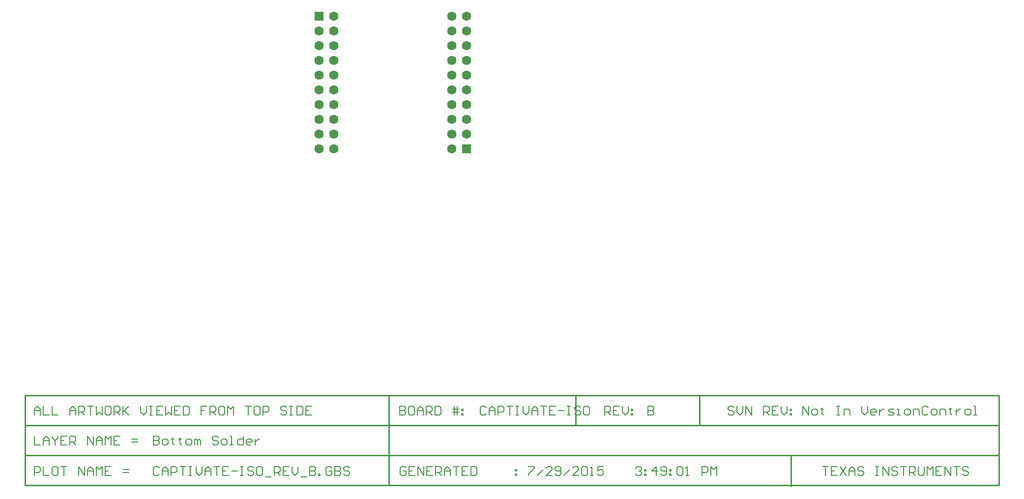
<source format=gbs>
%FSAX25Y25*%
%MOIN*%
G70*
G01*
G75*
G04 Layer_Color=16711935*
%ADD10R,0.02362X0.03150*%
%ADD11O,0.08661X0.02362*%
%ADD12O,0.07480X0.02362*%
%ADD13O,0.07677X0.01575*%
%ADD14C,0.01000*%
%ADD15C,0.02000*%
%ADD16C,0.01500*%
%ADD17C,0.00800*%
%ADD18C,0.05906*%
%ADD19R,0.05906X0.05906*%
%ADD20C,0.03400*%
%ADD21C,0.01575*%
%ADD22C,0.00984*%
%ADD23C,0.02362*%
%ADD24C,0.00700*%
%ADD25C,0.00787*%
%ADD26R,0.02756X0.03543*%
%ADD27O,0.09055X0.02756*%
%ADD28O,0.07874X0.02756*%
%ADD29O,0.08071X0.01969*%
%ADD30C,0.06299*%
%ADD31R,0.06299X0.06299*%
G54D14*
X0559400Y0039400D02*
Y0059683D01*
X0440500Y0040050D02*
X0700200D01*
Y0101050D01*
X0286500Y0040050D02*
Y0101050D01*
X0040000Y0040050D02*
Y0101050D01*
X0040050Y0040050D02*
X0197600D01*
X0040050D02*
Y0101050D01*
Y0101050D02*
X0700200D01*
X0040000Y0040050D02*
X0440500D01*
X0040000Y0060383D02*
X0700000D01*
X0040000Y0080717D02*
X0700200D01*
X0413200D02*
Y0101050D01*
X0497200Y0080717D02*
Y0101050D01*
G54D17*
X0126900Y0073549D02*
Y0067551D01*
X0129899D01*
X0130899Y0068550D01*
Y0069550D01*
X0129899Y0070550D01*
X0126900D01*
X0129899D01*
X0130899Y0071549D01*
Y0072549D01*
X0129899Y0073549D01*
X0126900D01*
X0133898Y0067551D02*
X0135897D01*
X0136897Y0068550D01*
Y0070550D01*
X0135897Y0071549D01*
X0133898D01*
X0132898Y0070550D01*
Y0068550D01*
X0133898Y0067551D01*
X0139896Y0072549D02*
Y0071549D01*
X0138896D01*
X0140895D01*
X0139896D01*
Y0068550D01*
X0140895Y0067551D01*
X0144894Y0072549D02*
Y0071549D01*
X0143895D01*
X0145894D01*
X0144894D01*
Y0068550D01*
X0145894Y0067551D01*
X0149893D02*
X0151892D01*
X0152892Y0068550D01*
Y0070550D01*
X0151892Y0071549D01*
X0149893D01*
X0148893Y0070550D01*
Y0068550D01*
X0149893Y0067551D01*
X0154891D02*
Y0071549D01*
X0155891D01*
X0156890Y0070550D01*
Y0067551D01*
Y0070550D01*
X0157890Y0071549D01*
X0158890Y0070550D01*
Y0067551D01*
X0170886Y0072549D02*
X0169886Y0073549D01*
X0167887D01*
X0166887Y0072549D01*
Y0071549D01*
X0167887Y0070550D01*
X0169886D01*
X0170886Y0069550D01*
Y0068550D01*
X0169886Y0067551D01*
X0167887D01*
X0166887Y0068550D01*
X0173885Y0067551D02*
X0175884D01*
X0176884Y0068550D01*
Y0070550D01*
X0175884Y0071549D01*
X0173885D01*
X0172885Y0070550D01*
Y0068550D01*
X0173885Y0067551D01*
X0178883D02*
X0180883D01*
X0179883D01*
Y0073549D01*
X0178883D01*
X0187880D02*
Y0067551D01*
X0184881D01*
X0183882Y0068550D01*
Y0070550D01*
X0184881Y0071549D01*
X0187880D01*
X0192879Y0067551D02*
X0190879D01*
X0189880Y0068550D01*
Y0070550D01*
X0190879Y0071549D01*
X0192879D01*
X0193878Y0070550D01*
Y0069550D01*
X0189880D01*
X0195878Y0071549D02*
Y0067551D01*
Y0069550D01*
X0196877Y0070550D01*
X0197877Y0071549D01*
X0198877D01*
X0580500Y0052965D02*
X0584499D01*
X0582499D01*
Y0046966D01*
X0590497Y0052965D02*
X0586498D01*
Y0046966D01*
X0590497D01*
X0586498Y0049966D02*
X0588497D01*
X0592496Y0052965D02*
X0596495Y0046966D01*
Y0052965D02*
X0592496Y0046966D01*
X0598494D02*
Y0050965D01*
X0600493Y0052965D01*
X0602493Y0050965D01*
Y0046966D01*
Y0049966D01*
X0598494D01*
X0608491Y0051965D02*
X0607491Y0052965D01*
X0605492D01*
X0604492Y0051965D01*
Y0050965D01*
X0605492Y0049966D01*
X0607491D01*
X0608491Y0048966D01*
Y0047966D01*
X0607491Y0046966D01*
X0605492D01*
X0604492Y0047966D01*
X0616488Y0052965D02*
X0618488D01*
X0617488D01*
Y0046966D01*
X0616488D01*
X0618488D01*
X0621487D02*
Y0052965D01*
X0625486Y0046966D01*
Y0052965D01*
X0631484Y0051965D02*
X0630484Y0052965D01*
X0628484D01*
X0627485Y0051965D01*
Y0050965D01*
X0628484Y0049966D01*
X0630484D01*
X0631484Y0048966D01*
Y0047966D01*
X0630484Y0046966D01*
X0628484D01*
X0627485Y0047966D01*
X0633483Y0052965D02*
X0637482D01*
X0635482D01*
Y0046966D01*
X0639481D02*
Y0052965D01*
X0642480D01*
X0643480Y0051965D01*
Y0049966D01*
X0642480Y0048966D01*
X0639481D01*
X0641480D02*
X0643480Y0046966D01*
X0645479Y0052965D02*
Y0047966D01*
X0646479Y0046966D01*
X0648478D01*
X0649478Y0047966D01*
Y0052965D01*
X0651477Y0046966D02*
Y0052965D01*
X0653476Y0050965D01*
X0655476Y0052965D01*
Y0046966D01*
X0661474Y0052965D02*
X0657475D01*
Y0046966D01*
X0661474D01*
X0657475Y0049966D02*
X0659474D01*
X0663473Y0046966D02*
Y0052965D01*
X0667472Y0046966D01*
Y0052965D01*
X0669471D02*
X0673470D01*
X0671471D01*
Y0046966D01*
X0679468Y0051965D02*
X0678468Y0052965D01*
X0676469D01*
X0675469Y0051965D01*
Y0050965D01*
X0676469Y0049966D01*
X0678468D01*
X0679468Y0048966D01*
Y0047966D01*
X0678468Y0046966D01*
X0676469D01*
X0675469Y0047966D01*
X0454050Y0051965D02*
X0455050Y0052965D01*
X0457049D01*
X0458049Y0051965D01*
Y0050965D01*
X0457049Y0049966D01*
X0456049D01*
X0457049D01*
X0458049Y0048966D01*
Y0047966D01*
X0457049Y0046966D01*
X0455050D01*
X0454050Y0047966D01*
X0460048Y0050965D02*
X0461048D01*
Y0049966D01*
X0460048D01*
Y0050965D01*
Y0047966D02*
X0461048D01*
Y0046966D01*
X0460048D01*
Y0047966D01*
X0468046Y0046966D02*
Y0052965D01*
X0465046Y0049966D01*
X0469045D01*
X0471044Y0047966D02*
X0472044Y0046966D01*
X0474044D01*
X0475043Y0047966D01*
Y0051965D01*
X0474044Y0052965D01*
X0472044D01*
X0471044Y0051965D01*
Y0050965D01*
X0472044Y0049966D01*
X0475043D01*
X0477043Y0050965D02*
X0478042D01*
Y0049966D01*
X0477043D01*
Y0050965D01*
Y0047966D02*
X0478042D01*
Y0046966D01*
X0477043D01*
Y0047966D01*
X0482041Y0051965D02*
X0483041Y0052965D01*
X0485040D01*
X0486040Y0051965D01*
Y0047966D01*
X0485040Y0046966D01*
X0483041D01*
X0482041Y0047966D01*
Y0051965D01*
X0488039Y0046966D02*
X0490038D01*
X0489039D01*
Y0052965D01*
X0488039Y0051965D01*
X0499035Y0046966D02*
Y0052965D01*
X0502035D01*
X0503034Y0051965D01*
Y0049966D01*
X0502035Y0048966D01*
X0499035D01*
X0505033Y0046966D02*
Y0052965D01*
X0507033Y0050965D01*
X0509032Y0052965D01*
Y0046966D01*
X0046350D02*
Y0052965D01*
X0049349D01*
X0050349Y0051965D01*
Y0049966D01*
X0049349Y0048966D01*
X0046350D01*
X0052348Y0052965D02*
Y0046966D01*
X0056347D01*
X0061345Y0052965D02*
X0059346D01*
X0058346Y0051965D01*
Y0047966D01*
X0059346Y0046966D01*
X0061345D01*
X0062345Y0047966D01*
Y0051965D01*
X0061345Y0052965D01*
X0064344D02*
X0068343D01*
X0066343D01*
Y0046966D01*
X0076340D02*
Y0052965D01*
X0080339Y0046966D01*
Y0052965D01*
X0082338Y0046966D02*
Y0050965D01*
X0084338Y0052965D01*
X0086337Y0050965D01*
Y0046966D01*
Y0049966D01*
X0082338D01*
X0088336Y0046966D02*
Y0052965D01*
X0090336Y0050965D01*
X0092335Y0052965D01*
Y0046966D01*
X0098333Y0052965D02*
X0094335D01*
Y0046966D01*
X0098333D01*
X0094335Y0049966D02*
X0096334D01*
X0106331Y0048966D02*
X0110329D01*
X0106331Y0050965D02*
X0110329D01*
X0046350Y0073549D02*
Y0067551D01*
X0050349D01*
X0052348D02*
Y0071549D01*
X0054347Y0073549D01*
X0056347Y0071549D01*
Y0067551D01*
Y0070550D01*
X0052348D01*
X0058346Y0073549D02*
Y0072549D01*
X0060346Y0070550D01*
X0062345Y0072549D01*
Y0073549D01*
X0060346Y0070550D02*
Y0067551D01*
X0068343Y0073549D02*
X0064344D01*
Y0067551D01*
X0068343D01*
X0064344Y0070550D02*
X0066343D01*
X0070342Y0067551D02*
Y0073549D01*
X0073341D01*
X0074341Y0072549D01*
Y0070550D01*
X0073341Y0069550D01*
X0070342D01*
X0072342D02*
X0074341Y0067551D01*
X0082338D02*
Y0073549D01*
X0086337Y0067551D01*
Y0073549D01*
X0088336Y0067551D02*
Y0071549D01*
X0090336Y0073549D01*
X0092335Y0071549D01*
Y0067551D01*
Y0070550D01*
X0088336D01*
X0094335Y0067551D02*
Y0073549D01*
X0096334Y0071549D01*
X0098333Y0073549D01*
Y0067551D01*
X0104331Y0073549D02*
X0100332D01*
Y0067551D01*
X0104331D01*
X0100332Y0070550D02*
X0102332D01*
X0112329Y0069550D02*
X0116327D01*
X0112329Y0071549D02*
X0116327D01*
X0294000Y0093831D02*
Y0087833D01*
X0296999D01*
X0297999Y0088833D01*
Y0089833D01*
X0296999Y0090832D01*
X0294000D01*
X0296999D01*
X0297999Y0091832D01*
Y0092832D01*
X0296999Y0093831D01*
X0294000D01*
X0302997D02*
X0300998D01*
X0299998Y0092832D01*
Y0088833D01*
X0300998Y0087833D01*
X0302997D01*
X0303997Y0088833D01*
Y0092832D01*
X0302997Y0093831D01*
X0305996Y0087833D02*
Y0091832D01*
X0307996Y0093831D01*
X0309995Y0091832D01*
Y0087833D01*
Y0090832D01*
X0305996D01*
X0311994Y0087833D02*
Y0093831D01*
X0314993D01*
X0315993Y0092832D01*
Y0090832D01*
X0314993Y0089833D01*
X0311994D01*
X0313994D02*
X0315993Y0087833D01*
X0317992Y0093831D02*
Y0087833D01*
X0320991D01*
X0321991Y0088833D01*
Y0092832D01*
X0320991Y0093831D01*
X0317992D01*
X0330988Y0087833D02*
Y0093831D01*
X0332987D02*
Y0087833D01*
X0329988Y0091832D02*
X0332987D01*
X0333987D01*
X0329988Y0089833D02*
X0333987D01*
X0335986Y0091832D02*
X0336986D01*
Y0090832D01*
X0335986D01*
Y0091832D01*
Y0088833D02*
X0336986D01*
Y0087833D01*
X0335986D01*
Y0088833D01*
X0352549Y0092832D02*
X0351549Y0093831D01*
X0349550D01*
X0348550Y0092832D01*
Y0088833D01*
X0349550Y0087833D01*
X0351549D01*
X0352549Y0088833D01*
X0354548Y0087833D02*
Y0091832D01*
X0356547Y0093831D01*
X0358547Y0091832D01*
Y0087833D01*
Y0090832D01*
X0354548D01*
X0360546Y0087833D02*
Y0093831D01*
X0363545D01*
X0364545Y0092832D01*
Y0090832D01*
X0363545Y0089833D01*
X0360546D01*
X0366544Y0093831D02*
X0370543D01*
X0368544D01*
Y0087833D01*
X0372542Y0093831D02*
X0374542D01*
X0373542D01*
Y0087833D01*
X0372542D01*
X0374542D01*
X0377541Y0093831D02*
Y0089833D01*
X0379540Y0087833D01*
X0381539Y0089833D01*
Y0093831D01*
X0383539Y0087833D02*
Y0091832D01*
X0385538Y0093831D01*
X0387537Y0091832D01*
Y0087833D01*
Y0090832D01*
X0383539D01*
X0389537Y0093831D02*
X0393535D01*
X0391536D01*
Y0087833D01*
X0399534Y0093831D02*
X0395535D01*
Y0087833D01*
X0399534D01*
X0395535Y0090832D02*
X0397534D01*
X0401533D02*
X0405532D01*
X0407531Y0093831D02*
X0409530D01*
X0408531D01*
Y0087833D01*
X0407531D01*
X0409530D01*
X0416528Y0092832D02*
X0415528Y0093831D01*
X0413529D01*
X0412529Y0092832D01*
Y0091832D01*
X0413529Y0090832D01*
X0415528D01*
X0416528Y0089833D01*
Y0088833D01*
X0415528Y0087833D01*
X0413529D01*
X0412529Y0088833D01*
X0421526Y0093831D02*
X0419527D01*
X0418527Y0092832D01*
Y0088833D01*
X0419527Y0087833D01*
X0421526D01*
X0422526Y0088833D01*
Y0092832D01*
X0421526Y0093831D01*
X0462150D02*
Y0087833D01*
X0465149D01*
X0466149Y0088833D01*
Y0089833D01*
X0465149Y0090832D01*
X0462150D01*
X0465149D01*
X0466149Y0091832D01*
Y0092832D01*
X0465149Y0093831D01*
X0462150D01*
X0046350Y0087833D02*
Y0091832D01*
X0048349Y0093831D01*
X0050349Y0091832D01*
Y0087833D01*
Y0090832D01*
X0046350D01*
X0052348Y0093831D02*
Y0087833D01*
X0056347D01*
X0058346Y0093831D02*
Y0087833D01*
X0062345D01*
X0070342D02*
Y0091832D01*
X0072342Y0093831D01*
X0074341Y0091832D01*
Y0087833D01*
Y0090832D01*
X0070342D01*
X0076340Y0087833D02*
Y0093831D01*
X0079339D01*
X0080339Y0092832D01*
Y0090832D01*
X0079339Y0089833D01*
X0076340D01*
X0078340D02*
X0080339Y0087833D01*
X0082338Y0093831D02*
X0086337D01*
X0084338D01*
Y0087833D01*
X0088336Y0093831D02*
Y0087833D01*
X0090336Y0089833D01*
X0092335Y0087833D01*
Y0093831D01*
X0097334D02*
X0095334D01*
X0094335Y0092832D01*
Y0088833D01*
X0095334Y0087833D01*
X0097334D01*
X0098333Y0088833D01*
Y0092832D01*
X0097334Y0093831D01*
X0100332Y0087833D02*
Y0093831D01*
X0103332D01*
X0104331Y0092832D01*
Y0090832D01*
X0103332Y0089833D01*
X0100332D01*
X0102332D02*
X0104331Y0087833D01*
X0106331Y0093831D02*
Y0087833D01*
Y0089833D01*
X0110329Y0093831D01*
X0107330Y0090832D01*
X0110329Y0087833D01*
X0118327Y0093831D02*
Y0089833D01*
X0120326Y0087833D01*
X0122325Y0089833D01*
Y0093831D01*
X0124325D02*
X0126324D01*
X0125324D01*
Y0087833D01*
X0124325D01*
X0126324D01*
X0133322Y0093831D02*
X0129323D01*
Y0087833D01*
X0133322D01*
X0129323Y0090832D02*
X0131323D01*
X0135321Y0093831D02*
Y0087833D01*
X0137321Y0089833D01*
X0139320Y0087833D01*
Y0093831D01*
X0145318D02*
X0141319D01*
Y0087833D01*
X0145318D01*
X0141319Y0090832D02*
X0143319D01*
X0147317Y0093831D02*
Y0087833D01*
X0150316D01*
X0151316Y0088833D01*
Y0092832D01*
X0150316Y0093831D01*
X0147317D01*
X0163312D02*
X0159313D01*
Y0090832D01*
X0161313D01*
X0159313D01*
Y0087833D01*
X0165312D02*
Y0093831D01*
X0168310D01*
X0169310Y0092832D01*
Y0090832D01*
X0168310Y0089833D01*
X0165312D01*
X0167311D02*
X0169310Y0087833D01*
X0174309Y0093831D02*
X0172309D01*
X0171310Y0092832D01*
Y0088833D01*
X0172309Y0087833D01*
X0174309D01*
X0175308Y0088833D01*
Y0092832D01*
X0174309Y0093831D01*
X0177308Y0087833D02*
Y0093831D01*
X0179307Y0091832D01*
X0181306Y0093831D01*
Y0087833D01*
X0189304Y0093831D02*
X0193303D01*
X0191303D01*
Y0087833D01*
X0198301Y0093831D02*
X0196301D01*
X0195302Y0092832D01*
Y0088833D01*
X0196301Y0087833D01*
X0198301D01*
X0199301Y0088833D01*
Y0092832D01*
X0198301Y0093831D01*
X0201300Y0087833D02*
Y0093831D01*
X0204299D01*
X0205299Y0092832D01*
Y0090832D01*
X0204299Y0089833D01*
X0201300D01*
X0217295Y0092832D02*
X0216295Y0093831D01*
X0214296D01*
X0213296Y0092832D01*
Y0091832D01*
X0214296Y0090832D01*
X0216295D01*
X0217295Y0089833D01*
Y0088833D01*
X0216295Y0087833D01*
X0214296D01*
X0213296Y0088833D01*
X0219294Y0093831D02*
X0221293D01*
X0220294D01*
Y0087833D01*
X0219294D01*
X0221293D01*
X0224292Y0093831D02*
Y0087833D01*
X0227291D01*
X0228291Y0088833D01*
Y0092832D01*
X0227291Y0093831D01*
X0224292D01*
X0234289D02*
X0230291D01*
Y0087833D01*
X0234289D01*
X0230291Y0090832D02*
X0232290D01*
X0298199Y0051965D02*
X0297199Y0052965D01*
X0295200D01*
X0294200Y0051965D01*
Y0047966D01*
X0295200Y0046966D01*
X0297199D01*
X0298199Y0047966D01*
Y0049966D01*
X0296199D01*
X0304197Y0052965D02*
X0300198D01*
Y0046966D01*
X0304197D01*
X0300198Y0049966D02*
X0302197D01*
X0306196Y0046966D02*
Y0052965D01*
X0310195Y0046966D01*
Y0052965D01*
X0316193D02*
X0312194D01*
Y0046966D01*
X0316193D01*
X0312194Y0049966D02*
X0314194D01*
X0318192Y0046966D02*
Y0052965D01*
X0321191D01*
X0322191Y0051965D01*
Y0049966D01*
X0321191Y0048966D01*
X0318192D01*
X0320192D02*
X0322191Y0046966D01*
X0324190D02*
Y0050965D01*
X0326190Y0052965D01*
X0328189Y0050965D01*
Y0046966D01*
Y0049966D01*
X0324190D01*
X0330188Y0052965D02*
X0334187D01*
X0332188D01*
Y0046966D01*
X0340185Y0052965D02*
X0336186D01*
Y0046966D01*
X0340185D01*
X0336186Y0049966D02*
X0338186D01*
X0342184Y0052965D02*
Y0046966D01*
X0345183D01*
X0346183Y0047966D01*
Y0051965D01*
X0345183Y0052965D01*
X0342184D01*
X0372175Y0050965D02*
X0373175D01*
Y0049966D01*
X0372175D01*
Y0050965D01*
Y0047966D02*
X0373175D01*
Y0046966D01*
X0372175D01*
Y0047966D01*
X0381150Y0052965D02*
X0385149D01*
Y0051965D01*
X0381150Y0047966D01*
Y0046966D01*
X0387148D02*
X0391147Y0050965D01*
X0397145Y0046966D02*
X0393146D01*
X0397145Y0050965D01*
Y0051965D01*
X0396145Y0052965D01*
X0394146D01*
X0393146Y0051965D01*
X0399144Y0047966D02*
X0400144Y0046966D01*
X0402143D01*
X0403143Y0047966D01*
Y0051965D01*
X0402143Y0052965D01*
X0400144D01*
X0399144Y0051965D01*
Y0050965D01*
X0400144Y0049966D01*
X0403143D01*
X0405142Y0046966D02*
X0409141Y0050965D01*
X0415139Y0046966D02*
X0411140D01*
X0415139Y0050965D01*
Y0051965D01*
X0414139Y0052965D01*
X0412140D01*
X0411140Y0051965D01*
X0417138D02*
X0418138Y0052965D01*
X0420137D01*
X0421137Y0051965D01*
Y0047966D01*
X0420137Y0046966D01*
X0418138D01*
X0417138Y0047966D01*
Y0051965D01*
X0423136Y0046966D02*
X0425136D01*
X0424136D01*
Y0052965D01*
X0423136Y0051965D01*
X0432133Y0052965D02*
X0428135D01*
Y0049966D01*
X0430134Y0050965D01*
X0431134D01*
X0432133Y0049966D01*
Y0047966D01*
X0431134Y0046966D01*
X0429135D01*
X0428135Y0047966D01*
X0130899Y0051965D02*
X0129899Y0052965D01*
X0127900D01*
X0126900Y0051965D01*
Y0047966D01*
X0127900Y0046966D01*
X0129899D01*
X0130899Y0047966D01*
X0132898Y0046966D02*
Y0050965D01*
X0134897Y0052965D01*
X0136897Y0050965D01*
Y0046966D01*
Y0049966D01*
X0132898D01*
X0138896Y0046966D02*
Y0052965D01*
X0141895D01*
X0142895Y0051965D01*
Y0049966D01*
X0141895Y0048966D01*
X0138896D01*
X0144894Y0052965D02*
X0148893D01*
X0146894D01*
Y0046966D01*
X0150892Y0052965D02*
X0152892D01*
X0151892D01*
Y0046966D01*
X0150892D01*
X0152892D01*
X0155891Y0052965D02*
Y0048966D01*
X0157890Y0046966D01*
X0159889Y0048966D01*
Y0052965D01*
X0161889Y0046966D02*
Y0050965D01*
X0163888Y0052965D01*
X0165887Y0050965D01*
Y0046966D01*
Y0049966D01*
X0161889D01*
X0167887Y0052965D02*
X0171885D01*
X0169886D01*
Y0046966D01*
X0177884Y0052965D02*
X0173885D01*
Y0046966D01*
X0177884D01*
X0173885Y0049966D02*
X0175884D01*
X0179883D02*
X0183882D01*
X0185881Y0052965D02*
X0187880D01*
X0186881D01*
Y0046966D01*
X0185881D01*
X0187880D01*
X0194878Y0051965D02*
X0193878Y0052965D01*
X0191879D01*
X0190879Y0051965D01*
Y0050965D01*
X0191879Y0049966D01*
X0193878D01*
X0194878Y0048966D01*
Y0047966D01*
X0193878Y0046966D01*
X0191879D01*
X0190879Y0047966D01*
X0199876Y0052965D02*
X0197877D01*
X0196877Y0051965D01*
Y0047966D01*
X0197877Y0046966D01*
X0199876D01*
X0200876Y0047966D01*
Y0051965D01*
X0199876Y0052965D01*
X0202875Y0045967D02*
X0206874D01*
X0208874Y0046966D02*
Y0052965D01*
X0211873D01*
X0212872Y0051965D01*
Y0049966D01*
X0211873Y0048966D01*
X0208874D01*
X0210873D02*
X0212872Y0046966D01*
X0218870Y0052965D02*
X0214872D01*
Y0046966D01*
X0218870D01*
X0214872Y0049966D02*
X0216871D01*
X0220870Y0052965D02*
Y0048966D01*
X0222869Y0046966D01*
X0224868Y0048966D01*
Y0052965D01*
X0226868Y0045967D02*
X0230866D01*
X0232866Y0052965D02*
Y0046966D01*
X0235865D01*
X0236864Y0047966D01*
Y0048966D01*
X0235865Y0049966D01*
X0232866D01*
X0235865D01*
X0236864Y0050965D01*
Y0051965D01*
X0235865Y0052965D01*
X0232866D01*
X0238864Y0046966D02*
Y0047966D01*
X0239863D01*
Y0046966D01*
X0238864D01*
X0247861Y0051965D02*
X0246861Y0052965D01*
X0244862D01*
X0243862Y0051965D01*
Y0047966D01*
X0244862Y0046966D01*
X0246861D01*
X0247861Y0047966D01*
Y0049966D01*
X0245862D01*
X0249860Y0052965D02*
Y0046966D01*
X0252859D01*
X0253859Y0047966D01*
Y0048966D01*
X0252859Y0049966D01*
X0249860D01*
X0252859D01*
X0253859Y0050965D01*
Y0051965D01*
X0252859Y0052965D01*
X0249860D01*
X0259857Y0051965D02*
X0258857Y0052965D01*
X0256858D01*
X0255858Y0051965D01*
Y0050965D01*
X0256858Y0049966D01*
X0258857D01*
X0259857Y0048966D01*
Y0047966D01*
X0258857Y0046966D01*
X0256858D01*
X0255858Y0047966D01*
X0433000Y0087833D02*
Y0093831D01*
X0435999D01*
X0436999Y0092832D01*
Y0090832D01*
X0435999Y0089833D01*
X0433000D01*
X0434999D02*
X0436999Y0087833D01*
X0442997Y0093831D02*
X0438998D01*
Y0087833D01*
X0442997D01*
X0438998Y0090832D02*
X0440997D01*
X0444996Y0093831D02*
Y0089833D01*
X0446995Y0087833D01*
X0448995Y0089833D01*
Y0093831D01*
X0450994Y0091832D02*
X0451994D01*
Y0090832D01*
X0450994D01*
Y0091832D01*
Y0088833D02*
X0451994D01*
Y0087833D01*
X0450994D01*
Y0088833D01*
X0520799Y0092832D02*
X0519799Y0093831D01*
X0517800D01*
X0516800Y0092832D01*
Y0091832D01*
X0517800Y0090832D01*
X0519799D01*
X0520799Y0089833D01*
Y0088833D01*
X0519799Y0087833D01*
X0517800D01*
X0516800Y0088833D01*
X0522798Y0093831D02*
Y0089833D01*
X0524797Y0087833D01*
X0526797Y0089833D01*
Y0093831D01*
X0528796Y0087833D02*
Y0093831D01*
X0532795Y0087833D01*
Y0093831D01*
X0540792Y0087833D02*
Y0093831D01*
X0543791D01*
X0544791Y0092832D01*
Y0090832D01*
X0543791Y0089833D01*
X0540792D01*
X0542792D02*
X0544791Y0087833D01*
X0550789Y0093831D02*
X0546790D01*
Y0087833D01*
X0550789D01*
X0546790Y0090832D02*
X0548790D01*
X0552788Y0093831D02*
Y0089833D01*
X0554788Y0087833D01*
X0556787Y0089833D01*
Y0093831D01*
X0558786Y0091832D02*
X0559786D01*
Y0090832D01*
X0558786D01*
Y0091832D01*
Y0088833D02*
X0559786D01*
Y0087833D01*
X0558786D01*
Y0088833D01*
X0567400Y0087833D02*
Y0093831D01*
X0571399Y0087833D01*
Y0093831D01*
X0574398Y0087833D02*
X0576397D01*
X0577397Y0088833D01*
Y0090832D01*
X0576397Y0091832D01*
X0574398D01*
X0573398Y0090832D01*
Y0088833D01*
X0574398Y0087833D01*
X0580396Y0092832D02*
Y0091832D01*
X0579396D01*
X0581395D01*
X0580396D01*
Y0088833D01*
X0581395Y0087833D01*
X0590393Y0093831D02*
X0592392D01*
X0591392D01*
Y0087833D01*
X0590393D01*
X0592392D01*
X0595391D02*
Y0091832D01*
X0598390D01*
X0599390Y0090832D01*
Y0087833D01*
X0607387Y0093831D02*
Y0089833D01*
X0609386Y0087833D01*
X0611386Y0089833D01*
Y0093831D01*
X0616384Y0087833D02*
X0614385D01*
X0613385Y0088833D01*
Y0090832D01*
X0614385Y0091832D01*
X0616384D01*
X0617384Y0090832D01*
Y0089833D01*
X0613385D01*
X0619383Y0091832D02*
Y0087833D01*
Y0089833D01*
X0620383Y0090832D01*
X0621383Y0091832D01*
X0622382D01*
X0625381Y0087833D02*
X0628380D01*
X0629380Y0088833D01*
X0628380Y0089833D01*
X0626381D01*
X0625381Y0090832D01*
X0626381Y0091832D01*
X0629380D01*
X0631379Y0087833D02*
X0633379D01*
X0632379D01*
Y0091832D01*
X0631379D01*
X0637377Y0087833D02*
X0639377D01*
X0640376Y0088833D01*
Y0090832D01*
X0639377Y0091832D01*
X0637377D01*
X0636378Y0090832D01*
Y0088833D01*
X0637377Y0087833D01*
X0642376D02*
Y0091832D01*
X0645375D01*
X0646374Y0090832D01*
Y0087833D01*
X0652373Y0092832D02*
X0651373Y0093831D01*
X0649373D01*
X0648374Y0092832D01*
Y0088833D01*
X0649373Y0087833D01*
X0651373D01*
X0652373Y0088833D01*
X0655372Y0087833D02*
X0657371D01*
X0658371Y0088833D01*
Y0090832D01*
X0657371Y0091832D01*
X0655372D01*
X0654372Y0090832D01*
Y0088833D01*
X0655372Y0087833D01*
X0660370D02*
Y0091832D01*
X0663369D01*
X0664369Y0090832D01*
Y0087833D01*
X0667368Y0092832D02*
Y0091832D01*
X0666368D01*
X0668367D01*
X0667368D01*
Y0088833D01*
X0668367Y0087833D01*
X0671366Y0091832D02*
Y0087833D01*
Y0089833D01*
X0672366Y0090832D01*
X0673366Y0091832D01*
X0674365D01*
X0678364Y0087833D02*
X0680364D01*
X0681363Y0088833D01*
Y0090832D01*
X0680364Y0091832D01*
X0678364D01*
X0677364Y0090832D01*
Y0088833D01*
X0678364Y0087833D01*
X0683362D02*
X0685362D01*
X0684362D01*
Y0093831D01*
X0683362D01*
G54D30*
X0249200Y0268400D02*
D03*
X0239200D02*
D03*
X0249200Y0278400D02*
D03*
X0239200D02*
D03*
X0249200Y0288400D02*
D03*
X0239200D02*
D03*
X0249200Y0298400D02*
D03*
X0239200D02*
D03*
X0249200Y0308400D02*
D03*
X0239200D02*
D03*
X0249200Y0318400D02*
D03*
X0239200D02*
D03*
X0249200Y0328400D02*
D03*
X0239200D02*
D03*
X0249200Y0338400D02*
D03*
X0239200D02*
D03*
X0249200Y0348400D02*
D03*
X0239200D02*
D03*
X0249200Y0358400D02*
D03*
X0329200Y0268400D02*
D03*
X0339200Y0278400D02*
D03*
X0329200D02*
D03*
X0339200Y0288400D02*
D03*
X0329200D02*
D03*
X0339200Y0298400D02*
D03*
X0329200D02*
D03*
X0339200Y0308400D02*
D03*
X0329200D02*
D03*
X0339200Y0318400D02*
D03*
X0329200D02*
D03*
X0339200Y0328400D02*
D03*
X0329200D02*
D03*
X0339200Y0338400D02*
D03*
X0329200D02*
D03*
X0339200Y0348400D02*
D03*
X0329200D02*
D03*
X0339200Y0358400D02*
D03*
X0329200D02*
D03*
G54D31*
X0239200D02*
D03*
X0339200Y0268400D02*
D03*
M02*

</source>
